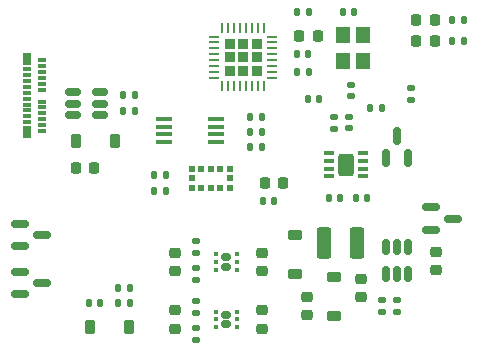
<source format=gbr>
%TF.GenerationSoftware,KiCad,Pcbnew,9.0.5-9.0.5~ubuntu24.04.1*%
%TF.CreationDate,2025-10-18T12:27:34-05:00*%
%TF.ProjectId,can_distance_sensor,63616e5f-6469-4737-9461-6e63655f7365,rev?*%
%TF.SameCoordinates,Original*%
%TF.FileFunction,Paste,Top*%
%TF.FilePolarity,Positive*%
%FSLAX46Y46*%
G04 Gerber Fmt 4.6, Leading zero omitted, Abs format (unit mm)*
G04 Created by KiCad (PCBNEW 9.0.5-9.0.5~ubuntu24.04.1) date 2025-10-18 12:27:34*
%MOMM*%
%LPD*%
G01*
G04 APERTURE LIST*
G04 Aperture macros list*
%AMRoundRect*
0 Rectangle with rounded corners*
0 $1 Rounding radius*
0 $2 $3 $4 $5 $6 $7 $8 $9 X,Y pos of 4 corners*
0 Add a 4 corners polygon primitive as box body*
4,1,4,$2,$3,$4,$5,$6,$7,$8,$9,$2,$3,0*
0 Add four circle primitives for the rounded corners*
1,1,$1+$1,$2,$3*
1,1,$1+$1,$4,$5*
1,1,$1+$1,$6,$7*
1,1,$1+$1,$8,$9*
0 Add four rect primitives between the rounded corners*
20,1,$1+$1,$2,$3,$4,$5,0*
20,1,$1+$1,$4,$5,$6,$7,0*
20,1,$1+$1,$6,$7,$8,$9,0*
20,1,$1+$1,$8,$9,$2,$3,0*%
G04 Aperture macros list end*
%ADD10RoundRect,0.232500X0.232500X0.232500X-0.232500X0.232500X-0.232500X-0.232500X0.232500X-0.232500X0*%
%ADD11RoundRect,0.062500X0.375000X0.062500X-0.375000X0.062500X-0.375000X-0.062500X0.375000X-0.062500X0*%
%ADD12RoundRect,0.062500X0.062500X0.375000X-0.062500X0.375000X-0.062500X-0.375000X0.062500X-0.375000X0*%
%ADD13RoundRect,0.150000X-0.587500X-0.150000X0.587500X-0.150000X0.587500X0.150000X-0.587500X0.150000X0*%
%ADD14RoundRect,0.150000X0.150000X-0.587500X0.150000X0.587500X-0.150000X0.587500X-0.150000X-0.587500X0*%
%ADD15RoundRect,0.225000X0.250000X-0.225000X0.250000X0.225000X-0.250000X0.225000X-0.250000X-0.225000X0*%
%ADD16RoundRect,0.135000X-0.185000X0.135000X-0.185000X-0.135000X0.185000X-0.135000X0.185000X0.135000X0*%
%ADD17RoundRect,0.225000X0.375000X-0.225000X0.375000X0.225000X-0.375000X0.225000X-0.375000X-0.225000X0*%
%ADD18RoundRect,0.140000X-0.140000X-0.170000X0.140000X-0.170000X0.140000X0.170000X-0.140000X0.170000X0*%
%ADD19RoundRect,0.140000X0.170000X-0.140000X0.170000X0.140000X-0.170000X0.140000X-0.170000X-0.140000X0*%
%ADD20RoundRect,0.160000X-0.245000X-0.160000X0.245000X-0.160000X0.245000X0.160000X-0.245000X0.160000X0*%
%ADD21RoundRect,0.093750X-0.093750X-0.106250X0.093750X-0.106250X0.093750X0.106250X-0.093750X0.106250X0*%
%ADD22R,1.422400X0.431800*%
%ADD23RoundRect,0.140000X-0.170000X0.140000X-0.170000X-0.140000X0.170000X-0.140000X0.170000X0.140000X0*%
%ADD24RoundRect,0.225000X-0.375000X0.225000X-0.375000X-0.225000X0.375000X-0.225000X0.375000X0.225000X0*%
%ADD25RoundRect,0.225000X0.225000X0.375000X-0.225000X0.375000X-0.225000X-0.375000X0.225000X-0.375000X0*%
%ADD26RoundRect,0.225000X-0.250000X0.225000X-0.250000X-0.225000X0.250000X-0.225000X0.250000X0.225000X0*%
%ADD27RoundRect,0.150000X0.150000X-0.512500X0.150000X0.512500X-0.150000X0.512500X-0.150000X-0.512500X0*%
%ADD28RoundRect,0.135000X0.135000X0.185000X-0.135000X0.185000X-0.135000X-0.185000X0.135000X-0.185000X0*%
%ADD29RoundRect,0.135000X-0.135000X-0.185000X0.135000X-0.185000X0.135000X0.185000X-0.135000X0.185000X0*%
%ADD30RoundRect,0.225000X-0.225000X-0.250000X0.225000X-0.250000X0.225000X0.250000X-0.225000X0.250000X0*%
%ADD31RoundRect,0.218750X-0.218750X-0.256250X0.218750X-0.256250X0.218750X0.256250X-0.218750X0.256250X0*%
%ADD32RoundRect,0.250000X0.375000X1.075000X-0.375000X1.075000X-0.375000X-1.075000X0.375000X-1.075000X0*%
%ADD33RoundRect,0.140000X0.140000X0.170000X-0.140000X0.170000X-0.140000X-0.170000X0.140000X-0.170000X0*%
%ADD34R,1.200000X1.400000*%
%ADD35R,0.508000X0.508000*%
%ADD36RoundRect,0.135000X0.185000X-0.135000X0.185000X0.135000X-0.185000X0.135000X-0.185000X-0.135000X0*%
%ADD37RoundRect,0.075000X-0.362500X-0.075000X0.362500X-0.075000X0.362500X0.075000X-0.362500X0.075000X0*%
%ADD38RoundRect,0.249999X-0.395001X-0.715001X0.395001X-0.715001X0.395001X0.715001X-0.395001X0.715001X0*%
%ADD39RoundRect,0.225000X0.225000X0.250000X-0.225000X0.250000X-0.225000X-0.250000X0.225000X-0.250000X0*%
%ADD40R,0.762000X1.041400*%
%ADD41R,0.762000X0.330200*%
%ADD42RoundRect,0.150000X-0.512500X-0.150000X0.512500X-0.150000X0.512500X0.150000X-0.512500X0.150000X0*%
G04 APERTURE END LIST*
D10*
%TO.C,U9*%
X195884800Y-95892000D03*
X195884800Y-94742000D03*
X195884800Y-93592000D03*
X194734800Y-95892000D03*
X194734800Y-94742000D03*
X194734800Y-93592000D03*
X193584800Y-95892000D03*
X193584800Y-94742000D03*
X193584800Y-93592000D03*
D11*
X197172300Y-96492000D03*
X197172300Y-95992000D03*
X197172300Y-95492000D03*
X197172300Y-94992000D03*
X197172300Y-94492000D03*
X197172300Y-93992000D03*
X197172300Y-93492000D03*
X197172300Y-92992000D03*
D12*
X196484800Y-92304500D03*
X195984800Y-92304500D03*
X195484800Y-92304500D03*
X194984800Y-92304500D03*
X194484800Y-92304500D03*
X193984800Y-92304500D03*
X193484800Y-92304500D03*
X192984800Y-92304500D03*
D11*
X192297300Y-92992000D03*
X192297300Y-93492000D03*
X192297300Y-93992000D03*
X192297300Y-94492000D03*
X192297300Y-94992000D03*
X192297300Y-95492000D03*
X192297300Y-95992000D03*
X192297300Y-96492000D03*
D12*
X192984800Y-97179500D03*
X193484800Y-97179500D03*
X193984800Y-97179500D03*
X194484800Y-97179500D03*
X194984800Y-97179500D03*
X195484800Y-97179500D03*
X195984800Y-97179500D03*
X196484800Y-97179500D03*
%TD*%
D13*
%TO.C,D9*%
X175850500Y-108860000D03*
X175850500Y-110760000D03*
X177725500Y-109810000D03*
%TD*%
%TO.C,D8*%
X175850500Y-112924000D03*
X175850500Y-114824000D03*
X177725500Y-113874000D03*
%TD*%
D14*
%TO.C,D7*%
X206830000Y-103255500D03*
X208730000Y-103255500D03*
X207780000Y-101380500D03*
%TD*%
D15*
%TO.C,C18*%
X204732000Y-115031000D03*
X204732000Y-113481000D03*
%TD*%
D16*
%TO.C,R14*%
X190762000Y-115416000D03*
X190762000Y-116436000D03*
%TD*%
D17*
%TO.C,D5*%
X199144000Y-113112000D03*
X199144000Y-109812000D03*
%TD*%
D18*
%TO.C,C22*%
X181646000Y-115526000D03*
X182606000Y-115526000D03*
%TD*%
D13*
%TO.C,Q1*%
X212527500Y-108414000D03*
X210652500Y-109364000D03*
X210652500Y-107464000D03*
%TD*%
D19*
%TO.C,C9*%
X203860400Y-97106800D03*
X203860400Y-98066800D03*
%TD*%
D20*
%TO.C,U5*%
X193302000Y-116542000D03*
X193302000Y-117342000D03*
D21*
X192414500Y-116292000D03*
X192414500Y-116942000D03*
X192414500Y-117592000D03*
X194189500Y-117592000D03*
X194189500Y-116942000D03*
X194189500Y-116292000D03*
%TD*%
D22*
%TO.C,U8*%
X188058300Y-99981001D03*
X188058300Y-100630999D03*
X188058300Y-101281001D03*
X188058300Y-101930999D03*
X192401700Y-101930999D03*
X192401700Y-101281001D03*
X192401700Y-100630999D03*
X192401700Y-99981001D03*
%TD*%
D23*
%TO.C,C8*%
X203716000Y-100766000D03*
X203716000Y-99806000D03*
%TD*%
D24*
%TO.C,D4*%
X202446000Y-113368000D03*
X202446000Y-116668000D03*
%TD*%
D25*
%TO.C,D6*%
X185046000Y-117558000D03*
X181746000Y-117558000D03*
%TD*%
D26*
%TO.C,C28*%
X188984000Y-111303000D03*
X188984000Y-112853000D03*
%TD*%
D27*
%TO.C,U4*%
X206830000Y-113107500D03*
X207780000Y-113107500D03*
X208730000Y-113107500D03*
X208730000Y-110832500D03*
X207780000Y-110832500D03*
X206830000Y-110832500D03*
%TD*%
D18*
%TO.C,C23*%
X202926000Y-106636000D03*
X201966000Y-106636000D03*
%TD*%
D28*
%TO.C,R23*%
X195332000Y-101048000D03*
X196352000Y-101048000D03*
%TD*%
D29*
%TO.C,R7*%
X200281000Y-90932000D03*
X199261000Y-90932000D03*
%TD*%
%TO.C,R9*%
X213463500Y-91567000D03*
X212443500Y-91567000D03*
%TD*%
D30*
%TO.C,C1*%
X201054000Y-92964000D03*
X199504000Y-92964000D03*
%TD*%
D31*
%TO.C,D2*%
X210947000Y-93345000D03*
X209372000Y-93345000D03*
%TD*%
D26*
%TO.C,C17*%
X188984000Y-116167000D03*
X188984000Y-117717000D03*
%TD*%
D28*
%TO.C,R17*%
X185176000Y-115526000D03*
X184156000Y-115526000D03*
%TD*%
D26*
%TO.C,C15*%
X196350000Y-116167000D03*
X196350000Y-117717000D03*
%TD*%
D29*
%TO.C,R8*%
X213463500Y-93345000D03*
X212443500Y-93345000D03*
%TD*%
D28*
%TO.C,R22*%
X195332000Y-102318000D03*
X196352000Y-102318000D03*
%TD*%
D32*
%TO.C,L1*%
X204354000Y-110446000D03*
X201554000Y-110446000D03*
%TD*%
D33*
%TO.C,C24*%
X204252000Y-106636000D03*
X205212000Y-106636000D03*
%TD*%
D28*
%TO.C,R21*%
X195332000Y-99778000D03*
X196352000Y-99778000D03*
%TD*%
D16*
%TO.C,R3*%
X202446000Y-100796000D03*
X202446000Y-99776000D03*
%TD*%
D29*
%TO.C,R16*%
X184156000Y-114256000D03*
X185176000Y-114256000D03*
%TD*%
D15*
%TO.C,C27*%
X196350000Y-112853000D03*
X196350000Y-111303000D03*
%TD*%
D31*
%TO.C,D3*%
X210947000Y-91567000D03*
X209372000Y-91567000D03*
%TD*%
D20*
%TO.C,U3*%
X193302000Y-111678000D03*
X193302000Y-112478000D03*
D21*
X192414500Y-111428000D03*
X192414500Y-112078000D03*
X192414500Y-112728000D03*
X194189500Y-112728000D03*
X194189500Y-112078000D03*
X194189500Y-111428000D03*
%TD*%
D16*
%TO.C,R15*%
X190762000Y-117702000D03*
X190762000Y-118722000D03*
%TD*%
%TO.C,R13*%
X206510000Y-115270000D03*
X206510000Y-116290000D03*
%TD*%
D29*
%TO.C,R19*%
X187196000Y-106045000D03*
X188216000Y-106045000D03*
%TD*%
D18*
%TO.C,C2*%
X201148000Y-98254000D03*
X200188000Y-98254000D03*
%TD*%
D34*
%TO.C,Y1*%
X204850000Y-92900000D03*
X204850000Y-95100000D03*
X203150000Y-95100000D03*
X203150000Y-92900000D03*
%TD*%
D16*
%TO.C,R11*%
X190762000Y-112584000D03*
X190762000Y-113604000D03*
%TD*%
D18*
%TO.C,C25*%
X197338000Y-106890000D03*
X196378000Y-106890000D03*
%TD*%
D29*
%TO.C,R6*%
X200281000Y-96012000D03*
X199261000Y-96012000D03*
%TD*%
D35*
%TO.C,U7*%
X193599999Y-105799973D03*
X192800001Y-105799973D03*
X192000000Y-105799973D03*
X191199999Y-105799973D03*
X190400001Y-105799973D03*
X190400054Y-105000000D03*
X190400001Y-104200027D03*
X191199999Y-104200027D03*
X192000000Y-104200027D03*
X192800001Y-104200027D03*
X193599999Y-104200027D03*
X193599946Y-105000000D03*
%TD*%
D26*
%TO.C,C16*%
X211082000Y-111195000D03*
X211082000Y-112745000D03*
%TD*%
D36*
%TO.C,R12*%
X207780000Y-116290000D03*
X207780000Y-115270000D03*
%TD*%
D28*
%TO.C,R2*%
X205492000Y-99016000D03*
X206512000Y-99016000D03*
%TD*%
D30*
%TO.C,C26*%
X198141000Y-105366000D03*
X196591000Y-105366000D03*
%TD*%
D16*
%TO.C,R18*%
X208940400Y-98350800D03*
X208940400Y-97330800D03*
%TD*%
D33*
%TO.C,C10*%
X203177200Y-90932000D03*
X204137200Y-90932000D03*
%TD*%
D29*
%TO.C,R20*%
X187204000Y-104731000D03*
X188224000Y-104731000D03*
%TD*%
D26*
%TO.C,C20*%
X200160000Y-115005000D03*
X200160000Y-116555000D03*
%TD*%
D18*
%TO.C,C3*%
X200251000Y-94488000D03*
X199291000Y-94488000D03*
%TD*%
D16*
%TO.C,R10*%
X190762000Y-110298000D03*
X190762000Y-111318000D03*
%TD*%
D37*
%TO.C,U6*%
X204899500Y-102867000D03*
X204899500Y-103517000D03*
X204899500Y-104167000D03*
X204899500Y-104817000D03*
X202024500Y-104817000D03*
X202024500Y-104167000D03*
X202024500Y-103517000D03*
X202024500Y-102867000D03*
D38*
X203462000Y-103842000D03*
%TD*%
D25*
%TO.C,D1*%
X180595000Y-101838000D03*
X183895000Y-101838000D03*
%TD*%
D29*
%TO.C,R5*%
X185549000Y-99298000D03*
X184529000Y-99298000D03*
%TD*%
D39*
%TO.C,C4*%
X180581000Y-104124000D03*
X182131000Y-104124000D03*
%TD*%
D40*
%TO.C,J5*%
X176439699Y-94900000D03*
D41*
X176439699Y-95749999D03*
X176439699Y-96250001D03*
X176439699Y-96750000D03*
X176439699Y-97249999D03*
X176439699Y-97750000D03*
X176439699Y-98250000D03*
X176439699Y-98750001D03*
X176439699Y-99250000D03*
X176439699Y-99749999D03*
X176439699Y-100250001D03*
D40*
X176439699Y-101100000D03*
D41*
X177739701Y-101000000D03*
X177739701Y-100500001D03*
X177739701Y-99999999D03*
X177739701Y-99500000D03*
X177739701Y-99000001D03*
X177739701Y-98500000D03*
X177739701Y-97500000D03*
X177739701Y-96999999D03*
X177739701Y-96500000D03*
X177739701Y-96000001D03*
X177739701Y-95499999D03*
X177739701Y-95000000D03*
%TD*%
D29*
%TO.C,R4*%
X185549000Y-97901000D03*
X184529000Y-97901000D03*
%TD*%
D42*
%TO.C,U1*%
X182620500Y-97713000D03*
X182620500Y-98663000D03*
X182620500Y-99613000D03*
X180345500Y-99613000D03*
X180345500Y-98663000D03*
X180345500Y-97713000D03*
%TD*%
M02*

</source>
